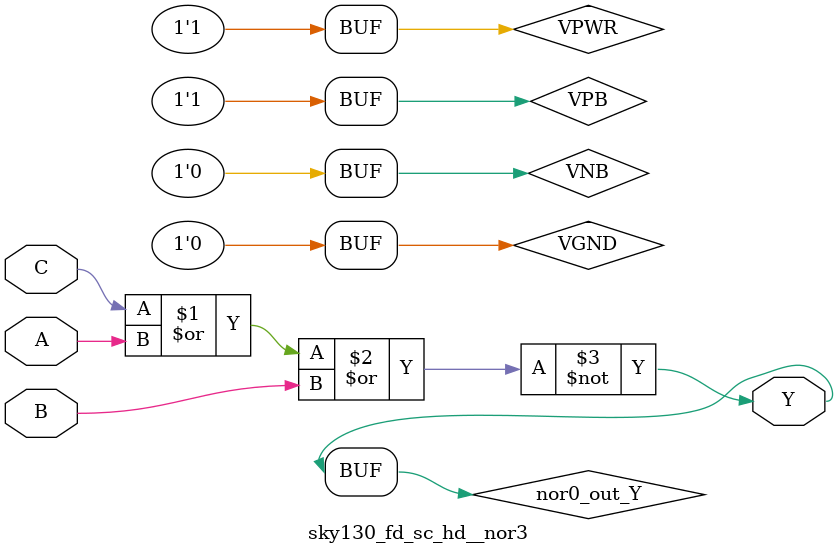
<source format=v>
/*
 * Copyright 2020 The SkyWater PDK Authors
 *
 * Licensed under the Apache License, Version 2.0 (the "License");
 * you may not use this file except in compliance with the License.
 * You may obtain a copy of the License at
 *
 *     https://www.apache.org/licenses/LICENSE-2.0
 *
 * Unless required by applicable law or agreed to in writing, software
 * distributed under the License is distributed on an "AS IS" BASIS,
 * WITHOUT WARRANTIES OR CONDITIONS OF ANY KIND, either express or implied.
 * See the License for the specific language governing permissions and
 * limitations under the License.
 *
 * SPDX-License-Identifier: Apache-2.0
*/


`ifndef SKY130_FD_SC_HD__NOR3_BEHAVIORAL_V
`define SKY130_FD_SC_HD__NOR3_BEHAVIORAL_V

/**
 * nor3: 3-input NOR.
 *
 *       Y = !(A | B | C | !D)
 *
 * Verilog simulation functional model.
 */

`timescale 1ns / 1ps
`default_nettype none

`celldefine
module sky130_fd_sc_hd__nor3 (
    Y,
    A,
    B,
    C
);

    // Module ports
    output Y;
    input  A;
    input  B;
    input  C;

    // Module supplies
    supply1 VPWR;
    supply0 VGND;
    supply1 VPB ;
    supply0 VNB ;

    // Local signals
    wire nor0_out_Y;

    //  Name  Output      Other arguments
    nor nor0 (nor0_out_Y, C, A, B        );
    buf buf0 (Y         , nor0_out_Y     );

endmodule
`endcelldefine

`default_nettype wire
`endif  // SKY130_FD_SC_HD__NOR3_BEHAVIORAL_V
</source>
